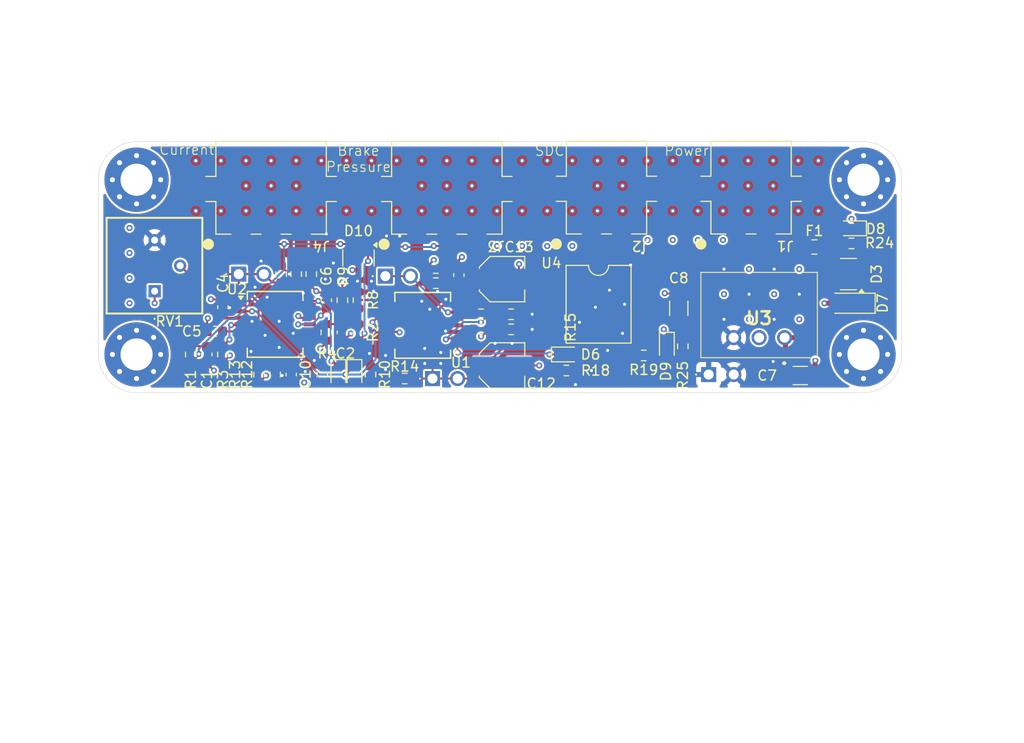
<source format=kicad_pcb>
(kicad_pcb
	(version 20240108)
	(generator "pcbnew")
	(generator_version "8.0")
	(general
		(thickness 1.6)
		(legacy_teardrops no)
	)
	(paper "A4")
	(layers
		(0 "F.Cu" signal)
		(1 "In1.Cu" signal)
		(2 "In2.Cu" signal)
		(31 "B.Cu" signal)
		(32 "B.Adhes" user "B.Adhesive")
		(33 "F.Adhes" user "F.Adhesive")
		(34 "B.Paste" user)
		(35 "F.Paste" user)
		(36 "B.SilkS" user "B.Silkscreen")
		(37 "F.SilkS" user "F.Silkscreen")
		(38 "B.Mask" user)
		(39 "F.Mask" user)
		(40 "Dwgs.User" user "User.Drawings")
		(41 "Cmts.User" user "User.Comments")
		(42 "Eco1.User" user "User.Eco1")
		(43 "Eco2.User" user "User.Eco2")
		(44 "Edge.Cuts" user)
		(45 "Margin" user)
		(46 "B.CrtYd" user "B.Courtyard")
		(47 "F.CrtYd" user "F.Courtyard")
		(48 "B.Fab" user)
		(49 "F.Fab" user)
		(50 "User.1" user)
		(51 "User.2" user)
		(52 "User.3" user)
		(53 "User.4" user)
		(54 "User.5" user)
		(55 "User.6" user)
		(56 "User.7" user)
		(57 "User.8" user)
		(58 "User.9" user)
	)
	(setup
		(stackup
			(layer "F.SilkS"
				(type "Top Silk Screen")
			)
			(layer "F.Paste"
				(type "Top Solder Paste")
			)
			(layer "F.Mask"
				(type "Top Solder Mask")
				(thickness 0.01)
			)
			(layer "F.Cu"
				(type "copper")
				(thickness 0.035)
			)
			(layer "dielectric 1"
				(type "prepreg")
				(thickness 0.1)
				(material "FR4")
				(epsilon_r 4.5)
				(loss_tangent 0.02)
			)
			(layer "In1.Cu"
				(type "copper")
				(thickness 0.035)
			)
			(layer "dielectric 2"
				(type "core")
				(thickness 1.24)
				(material "FR4")
				(epsilon_r 4.5)
				(loss_tangent 0.02)
			)
			(layer "In2.Cu"
				(type "copper")
				(thickness 0.035)
			)
			(layer "dielectric 3"
				(type "prepreg")
				(thickness 0.1)
				(material "FR4")
				(epsilon_r 4.5)
				(loss_tangent 0.02)
			)
			(layer "B.Cu"
				(type "copper")
				(thickness 0.035)
			)
			(layer "B.Mask"
				(type "Bottom Solder Mask")
				(thickness 0.01)
			)
			(layer "B.Paste"
				(type "Bottom Solder Paste")
			)
			(layer "B.SilkS"
				(type "Bottom Silk Screen")
			)
			(copper_finish "None")
			(dielectric_constraints no)
		)
		(pad_to_mask_clearance 0)
		(allow_soldermask_bridges_in_footprints no)
		(pcbplotparams
			(layerselection 0x00010fc_ffffffff)
			(plot_on_all_layers_selection 0x0000000_00000000)
			(disableapertmacros no)
			(usegerberextensions no)
			(usegerberattributes yes)
			(usegerberadvancedattributes yes)
			(creategerberjobfile yes)
			(dashed_line_dash_ratio 12.000000)
			(dashed_line_gap_ratio 3.000000)
			(svgprecision 4)
			(plotframeref no)
			(viasonmask no)
			(mode 1)
			(useauxorigin no)
			(hpglpennumber 1)
			(hpglpenspeed 20)
			(hpglpendiameter 15.000000)
			(pdf_front_fp_property_popups yes)
			(pdf_back_fp_property_popups yes)
			(dxfpolygonmode yes)
			(dxfimperialunits yes)
			(dxfusepcbnewfont yes)
			(psnegative no)
			(psa4output no)
			(plotreference yes)
			(plotvalue yes)
			(plotfptext yes)
			(plotinvisibletext no)
			(sketchpadsonfab no)
			(subtractmaskfromsilk no)
			(outputformat 1)
			(mirror no)
			(drillshape 1)
			(scaleselection 1)
			(outputdirectory "")
		)
	)
	(net 0 "")
	(net 1 "GND")
	(net 2 "+5V")
	(net 3 "/Current_ref")
	(net 4 "/Brake_ref")
	(net 5 "Net-(D3-K)")
	(net 6 "/Low_Ref")
	(net 7 "Net-(U1A--)")
	(net 8 "/Error_Sig")
	(net 9 "Net-(D4-K)")
	(net 10 "Net-(D4-A)")
	(net 11 "Net-(D5-A)")
	(net 12 "Net-(D5-K)")
	(net 13 "Net-(D6-K)")
	(net 14 "Net-(D6-A)")
	(net 15 "Net-(D8-A)")
	(net 16 "Net-(D9-A)")
	(net 17 "+24V")
	(net 18 "/Current_Sensor")
	(net 19 "/Break_Pressure_Sensor")
	(net 20 "/SDC_In")
	(net 21 "/SDC_Out")
	(net 22 "Net-(R6-Pad2)")
	(net 23 "Net-(R14-Pad2)")
	(net 24 "/EndRef")
	(net 25 "Net-(R19-Pad2)")
	(net 26 "Net-(R20-Pad2)")
	(net 27 "unconnected-(U4-Pad3)")
	(net 28 "unconnected-(U4-Pad5)")
	(net 29 "Net-(U2A--)")
	(net 30 "Net-(U2C--)")
	(net 31 "Net-(D3-A)")
	(footprint "Resistor_SMD:R_0603_1608Metric" (layer "F.Cu") (at 102.3 100.7 180))
	(footprint "FaSTTUBe_connectors:Micro_Mate-N-Lok_3p_horizontal" (layer "F.Cu") (at 89 81.82 180))
	(footprint "MountingHole:MountingHole_3.2mm_M3_Pad_Via" (layer "F.Cu") (at 148 80.9))
	(footprint "Capacitor_SMD:C_0603_1608Metric" (layer "F.Cu") (at 83.4 96 180))
	(footprint "Package_SO:SSOP-14_5.3x6.2mm_P0.65mm" (layer "F.Cu") (at 89.4 95.3))
	(footprint "Resistor_SMD:R_0603_1608Metric" (layer "F.Cu") (at 112.9 94.3 180))
	(footprint "bspd:5025" (layer "F.Cu") (at 85.775 90.3))
	(footprint "Resistor_SMD:R_0603_1608Metric" (layer "F.Cu") (at 89.4 100.3 90))
	(footprint "FaSTTUBe_connectors:Micro_Mate-N-Lok_3p_horizontal" (layer "F.Cu") (at 106.5 81.82 180))
	(footprint "Resistor_SMD:R_0603_1608Metric" (layer "F.Cu") (at 96.1 92.9 90))
	(footprint "MountingHole:MountingHole_3.2mm_M3_Pad_Via" (layer "F.Cu") (at 148 98.3))
	(footprint "Capacitor_SMD:C_0603_1608Metric" (layer "F.Cu") (at 109.9 95.8 180))
	(footprint "FaSTTUBe_connectors:Micro_Mate-N-Lok_2p_horizontal" (layer "F.Cu") (at 136.8 81.8 180))
	(footprint "Package_DIP:SMDIP-6_W9.53mm" (layer "F.Cu") (at 121.6125 93.3))
	(footprint "Resistor_SMD:R_0603_1608Metric" (layer "F.Cu") (at 146.8 87.24 180))
	(footprint "Resistor_SMD:R_0603_1608Metric" (layer "F.Cu") (at 81 98.3 -90))
	(footprint "Capacitor_SMD:C_0603_1608Metric" (layer "F.Cu") (at 91 100.3 -90))
	(footprint "bspd:5025" (layer "F.Cu") (at 100.375 90.5))
	(footprint "Resistor_SMD:R_0603_1608Metric" (layer "F.Cu") (at 94.1 100.3 -90))
	(footprint "Resistor_SMD:R_0603_1608Metric" (layer "F.Cu") (at 91.5 90.3 90))
	(footprint "Diode_SMD:D_SOD-123" (layer "F.Cu") (at 146.8 93.2 180))
	(footprint "Fuse:Fuse_0805_2012Metric" (layer "F.Cu") (at 143.1 87.6))
	(footprint "Capacitor_SMD:C_Elec_4x5.4" (layer "F.Cu") (at 112 90.8))
	(footprint "Resistor_SMD:R_0603_1608Metric" (layer "F.Cu") (at 87.8 100.3 -90))
	(footprint "Resistor_SMD:R_0603_1608Metric" (layer "F.Cu") (at 90 90.3 -90))
	(footprint "Capacitor_SMD:C_0603_1608Metric" (layer "F.Cu") (at 96.1 96.1 -90))
	(footprint "Package_TO_SOT_SMD:SOT-23-3" (layer "F.Cu") (at 97.7 88.7 -90))
	(footprint "Resistor_SMD:R_0603_1608Metric" (layer "F.Cu") (at 105.4 89.7 180))
	(footprint "MountingHole:MountingHole_3.2mm_M3_Pad_Via" (layer "F.Cu") (at 75.6 98.3))
	(footprint "Diode_SMD:D_0603_1608Metric" (layer "F.Cu") (at 118.4125 98.3))
	(footprint "Resistor_SMD:R_0603_1608Metric" (layer "F.Cu") (at 112.9 95.8 180))
	(footprint "Resistor_SMD:R_0603_1608Metric" (layer "F.Cu") (at 97.7 92.9 -90))
	(footprint "bspd:5025" (layer "F.Cu") (at 132.575 100.3))
	(footprint "Resistor_SMD:R_0603_1608Metric" (layer "F.Cu") (at 84.2 98.3 -90))
	(footprint "Resistor_SMD:R_0603_1608Metric" (layer "F.Cu") (at 109.9 94.3))
	(footprint "bspd:173010542" (layer "F.Cu") (at 137.6 94.7 180))
	(footprint "Package_SO:SSOP-14_5.3x6.2mm_P0.65mm" (layer "F.Cu") (at 104.1 95.4 180))
	(footprint "Resistor_SMD:R_0603_1608Metric" (layer "F.Cu") (at 94.5 96.1 -90))
	(footprint "Resistor_SMD:R_0603_1608Metric" (layer "F.Cu") (at 118.4125 99.9 180))
	(footprint "LED_SMD:LED_0603_1608Metric" (layer "F.Cu") (at 97.3 100.3 -90))
	(footprint "Resistor_SMD:R_0603_1608Metric"
		(layer "F.Cu")
		(uuid "aa4903c5-73d2-489e-9f61-78165903a4f1")
		(at 93 90.3 -90)
		(descr "Resistor SMD 0603 (1608 Metric), square (rectangular) end terminal, IPC_7351 nominal, (Body size source: IPC-SM-782 page 72, https://www.pcb-3d.com/wordpress/wp-content/uploads/ipc-sm-782a_amendment_1_and_2.pdf), generated with kicad-footprint-generator")
		(tags "resistor")
		(property "Reference" "R7"
			(at 0 -1.43 90)
			(layer "F.SilkS")
			(hide yes)
			(uuid "5374beec-d837-4238-9153-1c436b02ffb0")
			(effects
				(font
					(size 1 1)
					(thickness 0.15)
				)
			)
		)
		(property "Value" "750"
			(at 0 1.43 90)
			(layer "F.Fab")
			(uuid "71817c7e-12d7-4d77-9a56-1b1b615ab84d")
			(effects
				(font
					(size 1 1)
					(thickness 0.15)
				)
			)
		)
		(property "Footprint" "Resistor_SMD:R_0603_1608Metric"
			(at 0 0 -90)
			(unlocked yes)
			(layer "F.Fab")
			(hide yes)
			(uuid "dc1956ff-661b-4e94-9770-182f6e58eb78")
			(effects
				(font
					(size 1.27 1.27)
					(thickness 0.15)
				)
			)
		)
		(property "Datasheet" ""
			(at 0 0 -90)
			(unlocked yes)
			(layer "F.Fab")
			(hide yes)
			(uuid "bd27b691-244c-4518-af36-b523d6d35ff4")
			(effects
				(font
					(size 1.27 1.27)
					(thickness 0.15)
				)
			)
		)
		(property "Description" ""
			(at 0 0 -90)
			(unlocked yes)
			(layer "F.Fab")
			(hide yes)
			(uuid "d4cd3ce0-c327-48f5-ba44-cc7d30e9f07d")
			(effects
				(font
					(size 1.27 1.27)
					(thickness 0.15)
				)
			)
		)
		(property ki_fp_filters "R_*")
		(path "/da6d23d2-d7a9-47a8-ab4f-092c4401fe15")
		(sheetname "Root")
		(sheetfile "FT25_BSPD.kicad_sch")
		(attr smd)
		(fp_line
			(start -0.237258 0.5225)
			(end 0.237258 0.5225)
			(stroke
				(width 0.12)
				(type solid)
			)
			(layer "F.SilkS")
			(uuid "177c634a-4718-4e1b-a6d1-67adc1e4ef9a")
		)
		(fp_line
			(start -0.237258 -0.5225)
			(end 0.237258 -0.5225)
			(stroke
				(width 0.12)
				(type solid)
			)
			(layer "F.SilkS")
			(uuid "338cc100-5df0-4d33-98d5-06268446bf48")
		)
		(fp_line
			(start -1.48 0.73)
			(end -1.48 -0.73)
			(stroke
				(width 0.05)
				(type solid)
			)
			(layer "F.CrtYd")
			(uuid "a5ca1d29-d4c3-4bac-9d34-ac7b68e911d8")
		)
		(fp_line
			(start 1.48 0.73)
			(end -1.48 0.73)
			(stroke
				(width 0.05)
				(type solid)
			)
			(layer "F.CrtYd")
			(uuid "5e262ba6-b391-4828-8bd7-d142e358bb1b")
		)
		(fp_line
			(start -1.48 -0.73)
			(end 1.48 -0.73)
			(stroke
				(width 0.05)
				(type solid)
			)
			(layer "F.CrtYd")
			(uuid "f7320c9b-71b1-4658-9afd-8fa0440df1f7")
		)
		(fp_line
			(start 1.48 -0.73)
			(end 1.48 0.73)
			(stroke
				(width 0.05)
				(type solid)
			)
			(layer "F.CrtYd")
			(uuid "aee066a2-5a75-433b-bd1c-35536cedf041")
		)
		(fp_line
			(start -0.8 0.4125
... [693070 chars truncated]
</source>
